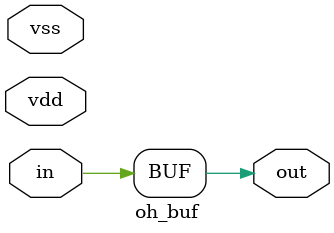
<source format=v>

module oh_buf (/*AUTOARG*/
   // Outputs
   out,
   // Inputs
   vdd, vss, in
   );

   parameter DW=1;         // width of macro

   input           vdd;    // supply (set to 1 if valid)
   input           vss;    // ground (set to 0 if valid)
   input [DW-1:0]  in;     // input signal
   output [DW-1:0] out;    // buffered output signal
   
`ifdef TARGET_SIM   
   assign out = ((vdd===1'b1) && (vss===1'b0)) ? in : 1'bX;
`else
   assign out = in;
`endif
   
endmodule // oh_buf

///////////////////////////////////////////////////////////////////////////////
// The MIT License (MIT)                                                     //
//                                                                           //
// Copyright (c) 2015-2016, Adapteva, Inc.                                   //
//                                                                           //
// Permission is hereby granted, free of charge, to any person obtaining a   //
// copy of this software and associated documentation files (the "Software") //
// to deal in the Software without restriction, including without limitation // 
// the rights to use, copy, modify, merge, publish, distribute, sublicense,  //
// and/or sell copies of the Software, and to permit persons to whom the     //
// Software is furnished to do so, subject to the following conditions:      //
//                                                                           //
// The above copyright notice and this permission notice shall be included   // 
// in all copies or substantial portions of the Software.                    //
//                                                                           //
// THE SOFTWARE IS PROVIDED "AS IS", WITHOUT WARRANTY OF ANY KIND, EXPRESS   //
// OR IMPLIED, INCLUDING BUT NOT LIMITED TO THE WARRANTIES OF                //
// MERCHANTABILITY, FITNESS FOR A PARTICULAR PURPOSE AND NONINFRINGEMENT.    //
// IN NO EVENT SHALL THE AUTHORS OR COPYRIGHT HOLDERS BE LIABLE FOR ANY      //
// CLAIM, DAMAGES OR OTHER LIABILITY, WHETHER IN AN ACTION OF CONTRACT, TORT //
// OR OTHERWISE, ARISING FROM, OUT OF OR IN CONNECTION WITH THE SOFTWARE OR  //
// THE USE OR OTHER DEALINGS IN THE SOFTWARE.                                //
//                                                                           // 
///////////////////////////////////////////////////////////////////////////////

</source>
